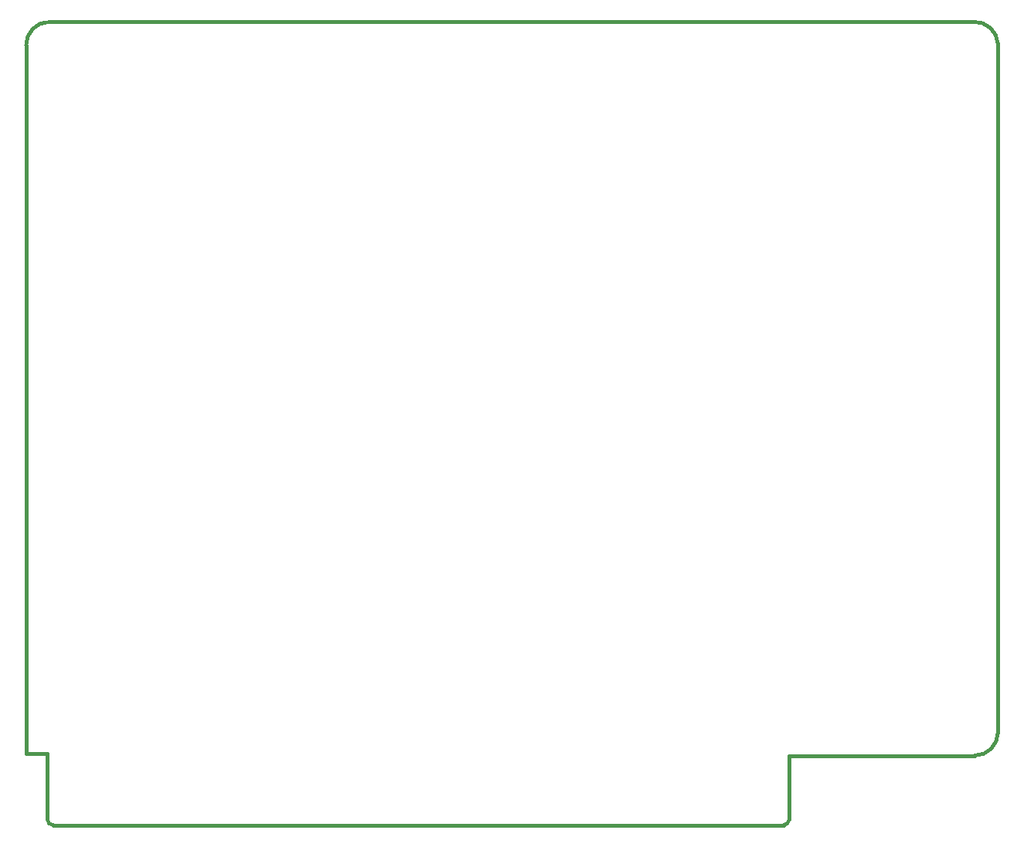
<source format=gm1>
%TF.GenerationSoftware,KiCad,Pcbnew,(5.1.6-0)*%
%TF.CreationDate,2020-08-23T17:23:21-05:00*%
%TF.ProjectId,isa_fdc.kicad_DB37-v3.1.2_pcb,6973615f-6664-4632-9e6b-696361645f44,rev?*%
%TF.SameCoordinates,Original*%
%TF.FileFunction,Profile,NP*%
%FSLAX46Y46*%
G04 Gerber Fmt 4.6, Leading zero omitted, Abs format (unit mm)*
G04 Created by KiCad (PCBNEW (5.1.6-0)) date 2020-08-23 17:23:21*
%MOMM*%
%LPD*%
G01*
G04 APERTURE LIST*
%TA.AperFunction,Profile*%
%ADD10C,0.381000*%
%TD*%
G04 APERTURE END LIST*
D10*
X99280000Y-126820000D02*
X101610000Y-126820000D01*
X101610000Y-133985000D02*
X101610000Y-126820000D01*
X99280000Y-126820000D02*
X99280000Y-49100000D01*
X205740000Y-124460000D02*
X205740000Y-48919000D01*
X101800000Y-46540000D02*
G75*
G03*
X99280000Y-49100000I20000J-2540000D01*
G01*
X101800000Y-46540000D02*
X203040000Y-46540000D01*
X203200000Y-127000000D02*
X182880000Y-127000000D01*
X203200000Y-127000000D02*
G75*
G03*
X205740000Y-124460000I0J2540000D01*
G01*
X205739000Y-48919000D02*
G75*
G03*
X203040000Y-46540000I-2539000J-160000D01*
G01*
X182880000Y-133985000D02*
X182880000Y-127000000D01*
X102245000Y-134620000D02*
X182245000Y-134620000D01*
X182245000Y-134620000D02*
G75*
G03*
X182880000Y-133985000I0J635000D01*
G01*
X101610000Y-133985000D02*
G75*
G03*
X102245000Y-134620000I635000J0D01*
G01*
M02*

</source>
